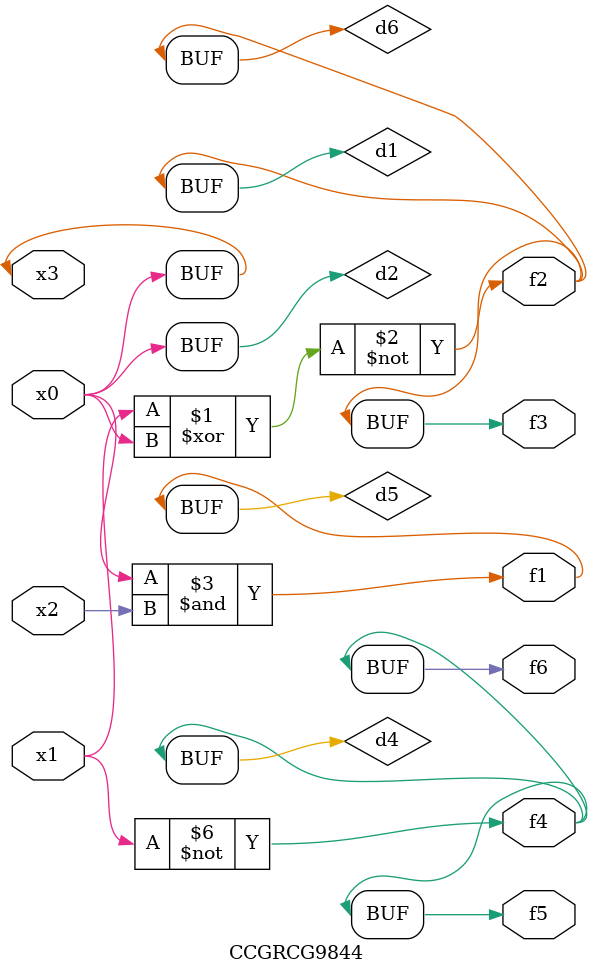
<source format=v>
module CCGRCG9844(
	input x0, x1, x2, x3,
	output f1, f2, f3, f4, f5, f6
);

	wire d1, d2, d3, d4, d5, d6;

	xnor (d1, x1, x3);
	buf (d2, x0, x3);
	nand (d3, x0, x2);
	not (d4, x1);
	nand (d5, d3);
	or (d6, d1);
	assign f1 = d5;
	assign f2 = d6;
	assign f3 = d6;
	assign f4 = d4;
	assign f5 = d4;
	assign f6 = d4;
endmodule

</source>
